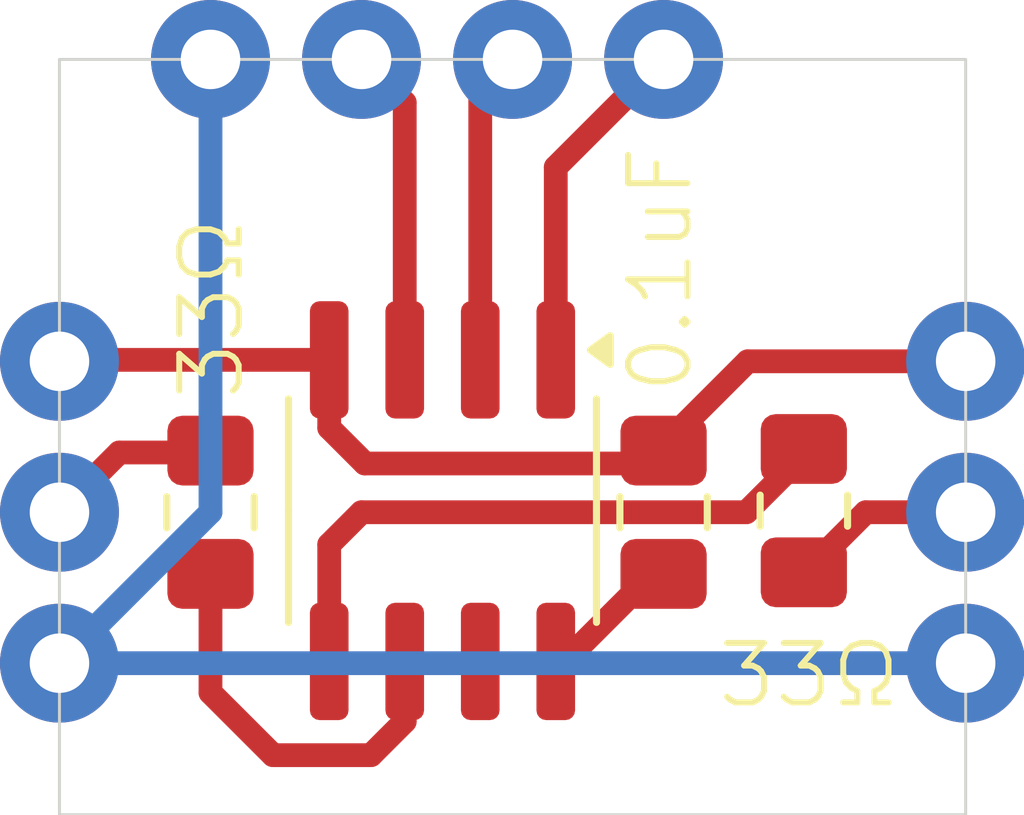
<source format=kicad_pcb>
(kicad_pcb (version 20240108) (generator "pcbnew") (generator_version "8.0")
  (layers (0 "F.Cu" signal) (31 "B.Cu" signal) (34 "B.Paste" user) (35 "F.Paste" user) (36 "B.SilkS" user "B.Silkscreen") (37 "F.SilkS" user "F.Silkscreen") (38 "B.Mask" user) (39 "F.Mask" user) (44 "Edge.Cuts" user))
  (net 0 "")
  (footprint "" (layer "F.Cu") (at 157.48 76.2)
    (property "Reference" "" (at 0 0 0) (layer "F.SilkS") (effects (font (size 1.27 1.27))))
    (property "Value" "")
    (pad "1" thru_hole circle (at 0 0) (size 2 2) (drill 1) (layers "*.Cu" "*.Mask"))
  )
  (footprint "" (layer "F.Cu") (at 162.56 76.2)
    (property "Reference" "" (at 0 0 0) (layer "F.SilkS") (effects (font (size 1.27 1.27))))
    (property "Value" "")
    (pad "1" thru_hole circle (at 0 0) (size 2 2) (drill 1) (layers "*.Cu" "*.Mask"))
  )
  (footprint "Package_SO:SOP-8_3.76x4.96mm_P1.27mm" (layer "F.Cu") (at 158.841604 83.793247 -90)
    (property "Reference" "REF**" (hide yes))
    (property "Value" "SOP-8_3.76x4.96mm_P1.27mm" (hide yes))
    (fp_line (start 0 2.59) (end -1.88 2.59) (stroke (width 0.12)) (layer "F.SilkS"))
    (fp_line (start 0 2.59) (end 1.88 2.59) (stroke (width 0.12)) (layer "F.SilkS"))
    (fp_line (start 0 -2.59) (end -1.88 -2.59) (stroke (width 0.12)) (layer "F.SilkS"))
    (fp_line (start 0 -2.59) (end 1.88 -2.59) (stroke (width 0.12)) (layer "F.SilkS"))
    (fp_poly (pts (xy -2.7025 -2.49) (xy -2.9425 -2.82) (xy -2.4625 -2.82) (xy -2.7025 -2.49)) (stroke (width 0.12)) (fill solid) (layer "F.SilkS"))
    (pad "1" smd roundrect (at -2.5375 -1.905 270) (size 1.975 0.65) (layers "F.Cu" "F.Paste" "F.Mask"))
    (pad "2" smd roundrect (at -2.5375 -0.635 270) (size 1.975 0.65) (layers "F.Cu" "F.Paste" "F.Mask"))
    (pad "3" smd roundrect (at -2.5375 0.635 270) (size 1.975 0.65) (layers "F.Cu" "F.Paste" "F.Mask"))
    (pad "4" smd roundrect (at -2.5375 1.905 270) (size 1.975 0.65) (layers "F.Cu" "F.Paste" "F.Mask"))
    (pad "5" smd roundrect (at 2.5375 1.905 270) (size 1.975 0.65) (layers "F.Cu" "F.Paste" "F.Mask"))
    (pad "6" smd roundrect (at 2.5375 0.635 270) (size 1.975 0.65) (layers "F.Cu" "F.Paste" "F.Mask"))
    (pad "7" smd roundrect (at 2.5375 -0.635 270) (size 1.975 0.65) (layers "F.Cu" "F.Paste" "F.Mask"))
    (pad "8" smd roundrect (at 2.5375 -1.905 270) (size 1.975 0.65) (layers "F.Cu" "F.Paste" "F.Mask"))
  )
  (footprint "Capacitor_SMD:C_0805_2012Metric_Pad1.18x1.45mm_HandSolder" (layer "F.Cu") (at 162.56 83.82 90)
    (property "Reference" "REF**" (hide yes))
    (property "Value" "C_0805_2012Metric_Pad1.18x1.45mm_HandSolder" (hide yes))
    (fp_line (start -0.261252 -0.735) (end 0.261252 -0.735) (stroke (width 0.12)) (layer "F.SilkS"))
    (fp_line (start -0.261252 0.735) (end 0.261252 0.735) (stroke (width 0.12)) (layer "F.SilkS"))
    (pad "1" smd roundrect (at -1.0375 0 90) (size 1.175 1.45) (layers "F.Cu" "F.Paste" "F.Mask") (roundrect_rratio 0.212766))
    (pad "2" smd roundrect (at 1.0375 0 90) (size 1.175 1.45) (layers "F.Cu" "F.Paste" "F.Mask") (roundrect_rratio 0.212766))
  )
  (footprint "Capacitor_SMD:C_0805_2012Metric_Pad1.18x1.45mm_HandSolder" (layer "F.Cu") (at 164.918553 83.793262 90)
    (property "Reference" "REF**" (hide yes))
    (property "Value" "C_0805_2012Metric_Pad1.18x1.45mm_HandSolder" (hide yes))
    (fp_line (start -0.261252 -0.735) (end 0.261252 -0.735) (stroke (width 0.12)) (layer "F.SilkS"))
    (fp_line (start -0.261252 0.735) (end 0.261252 0.735) (stroke (width 0.12)) (layer "F.SilkS"))
    (pad "1" smd roundrect (at -1.0375 0 90) (size 1.175 1.45) (layers "F.Cu" "F.Paste" "F.Mask") (roundrect_rratio 0.212766))
    (pad "2" smd roundrect (at 1.0375 0 90) (size 1.175 1.45) (layers "F.Cu" "F.Paste" "F.Mask") (roundrect_rratio 0.212766))
  )
  (footprint "through-holes:1 through hole" (layer "F.Cu") (at 152.4 86.36)
    (property "Reference" "REF**" (hide yes))
    (property "Value" "1 through hole" (hide yes))
    (pad "1" thru_hole circle (at 0 0) (size 2 2) (drill 1) (layers "*.Cu" "*.Mask"))
  )
  (footprint "" (layer "F.Cu") (at 160.02 76.2)
    (property "Reference" "" (at 0 0 0) (layer "F.SilkS") (effects (font (size 1.27 1.27))))
    (property "Value" "")
    (pad "1" thru_hole circle (at 0 0) (size 2 2) (drill 1) (layers "*.Cu" "*.Mask"))
  )
  (footprint "" (layer "F.Cu") (at 167.64 86.36)
    (property "Reference" "" (at 0 0 0) (layer "F.SilkS") (effects (font (size 1.27 1.27))))
    (property "Value" "")
    (pad "1" thru_hole circle (at 0 0) (size 2 2) (drill 1) (layers "*.Cu" "*.Mask"))
  )
  (footprint "" (layer "F.Cu") (at 154.94 76.2)
    (property "Reference" "" (at 0 0 0) (layer "F.SilkS") (effects (font (size 1.27 1.27))))
    (property "Value" "")
    (pad "1" thru_hole circle (at 0 0) (size 2 2) (drill 1) (layers "*.Cu" "*.Mask"))
  )
  (footprint "through-holes:1 through hole" (layer "F.Cu") (at 152.4 81.28)
    (property "Reference" "REF**" (hide yes))
    (property "Value" "1 through hole" (hide yes))
    (pad "1" thru_hole circle (at 0 0) (size 2 2) (drill 1) (layers "*.Cu" "*.Mask"))
  )
  (footprint "" (layer "F.Cu") (at 167.64 83.82)
    (property "Reference" "" (at 0 0 0) (layer "F.SilkS") (effects (font (size 1.27 1.27))))
    (property "Value" "")
    (pad "1" thru_hole circle (at 0 0) (size 2 2) (drill 1) (layers "*.Cu" "*.Mask"))
  )
  (footprint "through-holes:1 through hole" (layer "F.Cu") (at 152.4 83.82)
    (property "Reference" "REF**" (hide yes))
    (property "Value" "1 through hole" (hide yes))
    (pad "1" thru_hole circle (at 0 0) (size 2 2) (drill 1) (layers "*.Cu" "*.Mask"))
  )
  (footprint "Capacitor_SMD:C_0805_2012Metric_Pad1.18x1.45mm_HandSolder" (layer "F.Cu") (at 154.94 83.82 90)
    (property "Reference" "REF**" (hide yes))
    (property "Value" "C_0805_2012Metric_Pad1.18x1.45mm_HandSolder" (hide yes))
    (fp_line (start -0.261252 -0.735) (end 0.261252 -0.735) (stroke (width 0.12)) (layer "F.SilkS"))
    (fp_line (start -0.261252 0.735) (end 0.261252 0.735) (stroke (width 0.12)) (layer "F.SilkS"))
    (pad "1" smd roundrect (at -1.0375 0 90) (size 1.175 1.45) (layers "F.Cu" "F.Paste" "F.Mask") (roundrect_rratio 0.212766))
    (pad "2" smd roundrect (at 1.0375 0 90) (size 1.175 1.45) (layers "F.Cu" "F.Paste" "F.Mask") (roundrect_rratio 0.212766))
  )
  (footprint "" (layer "F.Cu") (at 167.64 81.28)
    (property "Reference" "" (at 0 0 0) (layer "F.SilkS") (effects (font (size 1.27 1.27))))
    (property "Value" "")
    (pad "1" thru_hole circle (at 0 0) (size 2 2) (drill 1) (layers "*.Cu" "*.Mask"))
  )
  (gr_rect (start 152.4 76.2) (end 167.64 88.91) (stroke (width 0.05)) (fill none) (layer "Edge.Cuts"))
  (gr_text "33Ω" (at 155.541976 81.981196 90) (layer "F.SilkS") (effects (font (size 1 1) (thickness 0.1)) (justify left bottom)))
  (gr_text "33Ω" (at 163.419909 87.147108 0) (layer "F.SilkS") (effects (font (size 1 1) (thickness 0.1)) (justify left bottom)))
  (gr_text "0.1uF" (at 163.089174 81.871895 90) (layer "F.SilkS") (effects (font (size 1 1) (thickness 0.1)) (justify left bottom)))
  (segment (start 162.317824 84.908924) (end 160.87835 86.348398) (width 0.4) (layer "F.Cu") (net 0))
  (segment (start 157.48 83.82) (end 163.951087 83.82) (width 0.4) (layer "F.Cu") (net 0))
  (segment (start 159.476604 76.743396) (end 160.02 76.2) (width 0.4) (layer "F.Cu") (net 0))
  (segment (start 162.583945 84.908924) (end 162.317824 84.908924) (width 0.4) (layer "F.Cu") (net 0))
  (segment (start 163.951087 83.82) (end 164.942746 82.828341) (width 0.4) (layer "F.Cu") (net 0))
  (segment (start 156.936604 81.255747) (end 152.424253 81.255747) (width 0.4) (layer "F.Cu") (net 0))
  (segment (start 152.424253 81.255747) (end 152.4 81.28) (width 0.4) (layer "F.Cu") (net 0))
  (segment (start 159.476604 81.255747) (end 159.476604 76.743396) (width 0.4) (layer "F.Cu") (net 0))
  (segment (start 154.94 86.856062) (end 154.94 84.911224) (width 0.4) (layer "F.Cu") (net 0))
  (segment (start 157.638752 87.907757) (end 155.991695 87.907757) (width 0.4) (layer "F.Cu") (net 0))
  (segment (start 162.255372 82.999661) (end 163.975033 81.28) (width 0.4) (layer "F.Cu") (net 0))
  (segment (start 153.405512 82.814488) (end 154.920037 82.814488) (width 0.4) (layer "F.Cu") (net 0))
  (segment (start 154.94 84.911224) (end 154.95311 84.898114) (width 0.4) (layer "F.Cu") (net 0))
  (segment (start 152.4 83.82) (end 153.405512 82.814488) (width 0.4) (layer "F.Cu") (net 0))
  (segment (start 156.936604 81.255747) (end 156.936604 82.400113) (width 0.4) (layer "F.Cu") (net 0))
  (segment (start 160.746604 78.013396) (end 162.56 76.2) (width 0.4) (layer "F.Cu") (net 0))
  (segment (start 164.906457 84.872635) (end 165.959092 83.82) (width 0.4) (layer "F.Cu") (net 0))
  (segment (start 158.206604 76.926604) (end 157.48 76.2) (width 0.4) (layer "F.Cu") (net 0))
  (segment (start 156.936604 82.400113) (end 157.536152 82.999661) (width 0.4) (layer "F.Cu") (net 0))
  (segment (start 158.206604 86.330747) (end 158.206604 87.339905) (width 0.4) (layer "F.Cu") (net 0))
  (segment (start 156.936604 86.330747) (end 156.936604 84.363396) (width 0.4) (layer "F.Cu") (net 0))
  (segment (start 163.975033 81.28) (end 167.64 81.28) (width 0.4) (layer "F.Cu") (net 0))
  (segment (start 157.536152 82.999661) (end 162.255372 82.999661) (width 0.4) (layer "F.Cu") (net 0))
  (segment (start 165.959092 83.82) (end 167.64 83.82) (width 0.4) (layer "F.Cu") (net 0))
  (segment (start 158.206604 81.255747) (end 158.206604 76.926604) (width 0.4) (layer "F.Cu") (net 0))
  (segment (start 158.206604 87.339905) (end 157.638752 87.907757) (width 0.4) (layer "F.Cu") (net 0))
  (segment (start 160.746604 81.255747) (end 160.746604 78.013396) (width 0.4) (layer "F.Cu") (net 0))
  (segment (start 156.936604 84.363396) (end 157.48 83.82) (width 0.4) (layer "F.Cu") (net 0))
  (segment (start 155.991695 87.907757) (end 154.94 86.856062) (width 0.4) (layer "F.Cu") (net 0))
  (segment (start 152.4 86.36) (end 154.94 83.82) (width 0.4) (layer "B.Cu") (net 0))
  (segment (start 154.94 83.82) (end 154.94 76.2) (width 0.4) (layer "B.Cu") (net 0))
  (segment (start 152.4 86.36) (end 167.64 86.36) (width 0.4) (layer "B.Cu") (net 0))
)
</source>
